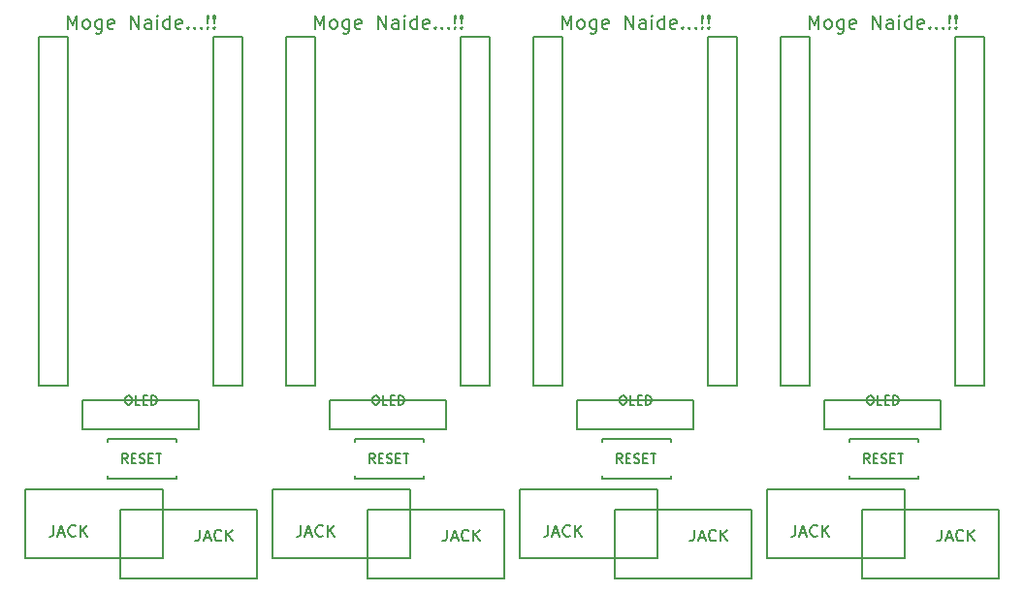
<source format=gto>
G04 #@! TF.GenerationSoftware,KiCad,Pcbnew,5.0.2-bee76a0~70~ubuntu18.04.1*
G04 #@! TF.CreationDate,2019-11-06T20:00:43+09:00*
G04 #@! TF.ProjectId,MxLEDBit,4d784c45-4442-4697-942e-6b696361645f,1*
G04 #@! TF.SameCoordinates,Original*
G04 #@! TF.FileFunction,Legend,Top*
G04 #@! TF.FilePolarity,Positive*
%FSLAX46Y46*%
G04 Gerber Fmt 4.6, Leading zero omitted, Abs format (unit mm)*
G04 Created by KiCad (PCBNEW 5.0.2-bee76a0~70~ubuntu18.04.1) date 2019年11月06日 20時00分43秒*
%MOMM*%
%LPD*%
G01*
G04 APERTURE LIST*
%ADD10C,0.187500*%
%ADD11C,0.200000*%
%ADD12C,0.150000*%
G04 APERTURE END LIST*
D10*
X159335000Y-46897857D02*
X159335000Y-45697857D01*
X159735000Y-46555000D01*
X160135000Y-45697857D01*
X160135000Y-46897857D01*
X160877857Y-46897857D02*
X160763571Y-46840714D01*
X160706428Y-46783571D01*
X160649285Y-46669285D01*
X160649285Y-46326428D01*
X160706428Y-46212142D01*
X160763571Y-46155000D01*
X160877857Y-46097857D01*
X161049285Y-46097857D01*
X161163571Y-46155000D01*
X161220714Y-46212142D01*
X161277857Y-46326428D01*
X161277857Y-46669285D01*
X161220714Y-46783571D01*
X161163571Y-46840714D01*
X161049285Y-46897857D01*
X160877857Y-46897857D01*
X162306428Y-46097857D02*
X162306428Y-47069285D01*
X162249285Y-47183571D01*
X162192142Y-47240714D01*
X162077857Y-47297857D01*
X161906428Y-47297857D01*
X161792142Y-47240714D01*
X162306428Y-46840714D02*
X162192142Y-46897857D01*
X161963571Y-46897857D01*
X161849285Y-46840714D01*
X161792142Y-46783571D01*
X161735000Y-46669285D01*
X161735000Y-46326428D01*
X161792142Y-46212142D01*
X161849285Y-46155000D01*
X161963571Y-46097857D01*
X162192142Y-46097857D01*
X162306428Y-46155000D01*
X163335000Y-46840714D02*
X163220714Y-46897857D01*
X162992142Y-46897857D01*
X162877857Y-46840714D01*
X162820714Y-46726428D01*
X162820714Y-46269285D01*
X162877857Y-46155000D01*
X162992142Y-46097857D01*
X163220714Y-46097857D01*
X163335000Y-46155000D01*
X163392142Y-46269285D01*
X163392142Y-46383571D01*
X162820714Y-46497857D01*
X164820714Y-46897857D02*
X164820714Y-45697857D01*
X165506428Y-46897857D01*
X165506428Y-45697857D01*
X166592142Y-46897857D02*
X166592142Y-46269285D01*
X166535000Y-46155000D01*
X166420714Y-46097857D01*
X166192142Y-46097857D01*
X166077857Y-46155000D01*
X166592142Y-46840714D02*
X166477857Y-46897857D01*
X166192142Y-46897857D01*
X166077857Y-46840714D01*
X166020714Y-46726428D01*
X166020714Y-46612142D01*
X166077857Y-46497857D01*
X166192142Y-46440714D01*
X166477857Y-46440714D01*
X166592142Y-46383571D01*
X167163571Y-46897857D02*
X167163571Y-46097857D01*
X167163571Y-45697857D02*
X167106428Y-45755000D01*
X167163571Y-45812142D01*
X167220714Y-45755000D01*
X167163571Y-45697857D01*
X167163571Y-45812142D01*
X168249285Y-46897857D02*
X168249285Y-45697857D01*
X168249285Y-46840714D02*
X168135000Y-46897857D01*
X167906428Y-46897857D01*
X167792142Y-46840714D01*
X167735000Y-46783571D01*
X167677857Y-46669285D01*
X167677857Y-46326428D01*
X167735000Y-46212142D01*
X167792142Y-46155000D01*
X167906428Y-46097857D01*
X168135000Y-46097857D01*
X168249285Y-46155000D01*
X169277857Y-46840714D02*
X169163571Y-46897857D01*
X168935000Y-46897857D01*
X168820714Y-46840714D01*
X168763571Y-46726428D01*
X168763571Y-46269285D01*
X168820714Y-46155000D01*
X168935000Y-46097857D01*
X169163571Y-46097857D01*
X169277857Y-46155000D01*
X169335000Y-46269285D01*
X169335000Y-46383571D01*
X168763571Y-46497857D01*
X169849285Y-46783571D02*
X169906428Y-46840714D01*
X169849285Y-46897857D01*
X169792142Y-46840714D01*
X169849285Y-46783571D01*
X169849285Y-46897857D01*
X170420714Y-46783571D02*
X170477857Y-46840714D01*
X170420714Y-46897857D01*
X170363571Y-46840714D01*
X170420714Y-46783571D01*
X170420714Y-46897857D01*
X170992142Y-46783571D02*
X171049285Y-46840714D01*
X170992142Y-46897857D01*
X170935000Y-46840714D01*
X170992142Y-46783571D01*
X170992142Y-46897857D01*
X171563571Y-46783571D02*
X171620714Y-46840714D01*
X171563571Y-46897857D01*
X171506428Y-46840714D01*
X171563571Y-46783571D01*
X171563571Y-46897857D01*
X171563571Y-46440714D02*
X171506428Y-45755000D01*
X171563571Y-45697857D01*
X171620714Y-45755000D01*
X171563571Y-46440714D01*
X171563571Y-45697857D01*
X172135000Y-46783571D02*
X172192142Y-46840714D01*
X172135000Y-46897857D01*
X172077857Y-46840714D01*
X172135000Y-46783571D01*
X172135000Y-46897857D01*
X172135000Y-46440714D02*
X172077857Y-45755000D01*
X172135000Y-45697857D01*
X172192142Y-45755000D01*
X172135000Y-46440714D01*
X172135000Y-45697857D01*
X137745000Y-46897857D02*
X137745000Y-45697857D01*
X138145000Y-46555000D01*
X138545000Y-45697857D01*
X138545000Y-46897857D01*
X139287857Y-46897857D02*
X139173571Y-46840714D01*
X139116428Y-46783571D01*
X139059285Y-46669285D01*
X139059285Y-46326428D01*
X139116428Y-46212142D01*
X139173571Y-46155000D01*
X139287857Y-46097857D01*
X139459285Y-46097857D01*
X139573571Y-46155000D01*
X139630714Y-46212142D01*
X139687857Y-46326428D01*
X139687857Y-46669285D01*
X139630714Y-46783571D01*
X139573571Y-46840714D01*
X139459285Y-46897857D01*
X139287857Y-46897857D01*
X140716428Y-46097857D02*
X140716428Y-47069285D01*
X140659285Y-47183571D01*
X140602142Y-47240714D01*
X140487857Y-47297857D01*
X140316428Y-47297857D01*
X140202142Y-47240714D01*
X140716428Y-46840714D02*
X140602142Y-46897857D01*
X140373571Y-46897857D01*
X140259285Y-46840714D01*
X140202142Y-46783571D01*
X140145000Y-46669285D01*
X140145000Y-46326428D01*
X140202142Y-46212142D01*
X140259285Y-46155000D01*
X140373571Y-46097857D01*
X140602142Y-46097857D01*
X140716428Y-46155000D01*
X141745000Y-46840714D02*
X141630714Y-46897857D01*
X141402142Y-46897857D01*
X141287857Y-46840714D01*
X141230714Y-46726428D01*
X141230714Y-46269285D01*
X141287857Y-46155000D01*
X141402142Y-46097857D01*
X141630714Y-46097857D01*
X141745000Y-46155000D01*
X141802142Y-46269285D01*
X141802142Y-46383571D01*
X141230714Y-46497857D01*
X143230714Y-46897857D02*
X143230714Y-45697857D01*
X143916428Y-46897857D01*
X143916428Y-45697857D01*
X145002142Y-46897857D02*
X145002142Y-46269285D01*
X144945000Y-46155000D01*
X144830714Y-46097857D01*
X144602142Y-46097857D01*
X144487857Y-46155000D01*
X145002142Y-46840714D02*
X144887857Y-46897857D01*
X144602142Y-46897857D01*
X144487857Y-46840714D01*
X144430714Y-46726428D01*
X144430714Y-46612142D01*
X144487857Y-46497857D01*
X144602142Y-46440714D01*
X144887857Y-46440714D01*
X145002142Y-46383571D01*
X145573571Y-46897857D02*
X145573571Y-46097857D01*
X145573571Y-45697857D02*
X145516428Y-45755000D01*
X145573571Y-45812142D01*
X145630714Y-45755000D01*
X145573571Y-45697857D01*
X145573571Y-45812142D01*
X146659285Y-46897857D02*
X146659285Y-45697857D01*
X146659285Y-46840714D02*
X146545000Y-46897857D01*
X146316428Y-46897857D01*
X146202142Y-46840714D01*
X146145000Y-46783571D01*
X146087857Y-46669285D01*
X146087857Y-46326428D01*
X146145000Y-46212142D01*
X146202142Y-46155000D01*
X146316428Y-46097857D01*
X146545000Y-46097857D01*
X146659285Y-46155000D01*
X147687857Y-46840714D02*
X147573571Y-46897857D01*
X147345000Y-46897857D01*
X147230714Y-46840714D01*
X147173571Y-46726428D01*
X147173571Y-46269285D01*
X147230714Y-46155000D01*
X147345000Y-46097857D01*
X147573571Y-46097857D01*
X147687857Y-46155000D01*
X147745000Y-46269285D01*
X147745000Y-46383571D01*
X147173571Y-46497857D01*
X148259285Y-46783571D02*
X148316428Y-46840714D01*
X148259285Y-46897857D01*
X148202142Y-46840714D01*
X148259285Y-46783571D01*
X148259285Y-46897857D01*
X148830714Y-46783571D02*
X148887857Y-46840714D01*
X148830714Y-46897857D01*
X148773571Y-46840714D01*
X148830714Y-46783571D01*
X148830714Y-46897857D01*
X149402142Y-46783571D02*
X149459285Y-46840714D01*
X149402142Y-46897857D01*
X149345000Y-46840714D01*
X149402142Y-46783571D01*
X149402142Y-46897857D01*
X149973571Y-46783571D02*
X150030714Y-46840714D01*
X149973571Y-46897857D01*
X149916428Y-46840714D01*
X149973571Y-46783571D01*
X149973571Y-46897857D01*
X149973571Y-46440714D02*
X149916428Y-45755000D01*
X149973571Y-45697857D01*
X150030714Y-45755000D01*
X149973571Y-46440714D01*
X149973571Y-45697857D01*
X150545000Y-46783571D02*
X150602142Y-46840714D01*
X150545000Y-46897857D01*
X150487857Y-46840714D01*
X150545000Y-46783571D01*
X150545000Y-46897857D01*
X150545000Y-46440714D02*
X150487857Y-45755000D01*
X150545000Y-45697857D01*
X150602142Y-45755000D01*
X150545000Y-46440714D01*
X150545000Y-45697857D01*
X116155000Y-46897857D02*
X116155000Y-45697857D01*
X116555000Y-46555000D01*
X116955000Y-45697857D01*
X116955000Y-46897857D01*
X117697857Y-46897857D02*
X117583571Y-46840714D01*
X117526428Y-46783571D01*
X117469285Y-46669285D01*
X117469285Y-46326428D01*
X117526428Y-46212142D01*
X117583571Y-46155000D01*
X117697857Y-46097857D01*
X117869285Y-46097857D01*
X117983571Y-46155000D01*
X118040714Y-46212142D01*
X118097857Y-46326428D01*
X118097857Y-46669285D01*
X118040714Y-46783571D01*
X117983571Y-46840714D01*
X117869285Y-46897857D01*
X117697857Y-46897857D01*
X119126428Y-46097857D02*
X119126428Y-47069285D01*
X119069285Y-47183571D01*
X119012142Y-47240714D01*
X118897857Y-47297857D01*
X118726428Y-47297857D01*
X118612142Y-47240714D01*
X119126428Y-46840714D02*
X119012142Y-46897857D01*
X118783571Y-46897857D01*
X118669285Y-46840714D01*
X118612142Y-46783571D01*
X118555000Y-46669285D01*
X118555000Y-46326428D01*
X118612142Y-46212142D01*
X118669285Y-46155000D01*
X118783571Y-46097857D01*
X119012142Y-46097857D01*
X119126428Y-46155000D01*
X120155000Y-46840714D02*
X120040714Y-46897857D01*
X119812142Y-46897857D01*
X119697857Y-46840714D01*
X119640714Y-46726428D01*
X119640714Y-46269285D01*
X119697857Y-46155000D01*
X119812142Y-46097857D01*
X120040714Y-46097857D01*
X120155000Y-46155000D01*
X120212142Y-46269285D01*
X120212142Y-46383571D01*
X119640714Y-46497857D01*
X121640714Y-46897857D02*
X121640714Y-45697857D01*
X122326428Y-46897857D01*
X122326428Y-45697857D01*
X123412142Y-46897857D02*
X123412142Y-46269285D01*
X123355000Y-46155000D01*
X123240714Y-46097857D01*
X123012142Y-46097857D01*
X122897857Y-46155000D01*
X123412142Y-46840714D02*
X123297857Y-46897857D01*
X123012142Y-46897857D01*
X122897857Y-46840714D01*
X122840714Y-46726428D01*
X122840714Y-46612142D01*
X122897857Y-46497857D01*
X123012142Y-46440714D01*
X123297857Y-46440714D01*
X123412142Y-46383571D01*
X123983571Y-46897857D02*
X123983571Y-46097857D01*
X123983571Y-45697857D02*
X123926428Y-45755000D01*
X123983571Y-45812142D01*
X124040714Y-45755000D01*
X123983571Y-45697857D01*
X123983571Y-45812142D01*
X125069285Y-46897857D02*
X125069285Y-45697857D01*
X125069285Y-46840714D02*
X124955000Y-46897857D01*
X124726428Y-46897857D01*
X124612142Y-46840714D01*
X124555000Y-46783571D01*
X124497857Y-46669285D01*
X124497857Y-46326428D01*
X124555000Y-46212142D01*
X124612142Y-46155000D01*
X124726428Y-46097857D01*
X124955000Y-46097857D01*
X125069285Y-46155000D01*
X126097857Y-46840714D02*
X125983571Y-46897857D01*
X125755000Y-46897857D01*
X125640714Y-46840714D01*
X125583571Y-46726428D01*
X125583571Y-46269285D01*
X125640714Y-46155000D01*
X125755000Y-46097857D01*
X125983571Y-46097857D01*
X126097857Y-46155000D01*
X126155000Y-46269285D01*
X126155000Y-46383571D01*
X125583571Y-46497857D01*
X126669285Y-46783571D02*
X126726428Y-46840714D01*
X126669285Y-46897857D01*
X126612142Y-46840714D01*
X126669285Y-46783571D01*
X126669285Y-46897857D01*
X127240714Y-46783571D02*
X127297857Y-46840714D01*
X127240714Y-46897857D01*
X127183571Y-46840714D01*
X127240714Y-46783571D01*
X127240714Y-46897857D01*
X127812142Y-46783571D02*
X127869285Y-46840714D01*
X127812142Y-46897857D01*
X127755000Y-46840714D01*
X127812142Y-46783571D01*
X127812142Y-46897857D01*
X128383571Y-46783571D02*
X128440714Y-46840714D01*
X128383571Y-46897857D01*
X128326428Y-46840714D01*
X128383571Y-46783571D01*
X128383571Y-46897857D01*
X128383571Y-46440714D02*
X128326428Y-45755000D01*
X128383571Y-45697857D01*
X128440714Y-45755000D01*
X128383571Y-46440714D01*
X128383571Y-45697857D01*
X128955000Y-46783571D02*
X129012142Y-46840714D01*
X128955000Y-46897857D01*
X128897857Y-46840714D01*
X128955000Y-46783571D01*
X128955000Y-46897857D01*
X128955000Y-46440714D02*
X128897857Y-45755000D01*
X128955000Y-45697857D01*
X129012142Y-45755000D01*
X128955000Y-46440714D01*
X128955000Y-45697857D01*
D11*
X170815000Y-79375000D02*
X160655000Y-79375000D01*
X149225000Y-79375000D02*
X139065000Y-79375000D01*
X127635000Y-79375000D02*
X117475000Y-79375000D01*
X170815000Y-81915000D02*
X170815000Y-79375000D01*
X149225000Y-81915000D02*
X149225000Y-79375000D01*
X127635000Y-81915000D02*
X127635000Y-79375000D01*
X160655000Y-81915000D02*
X170815000Y-81915000D01*
X139065000Y-81915000D02*
X149225000Y-81915000D01*
X117475000Y-81915000D02*
X127635000Y-81915000D01*
X160655000Y-79375000D02*
X160655000Y-81915000D01*
X139065000Y-79375000D02*
X139065000Y-81915000D01*
X117475000Y-79375000D02*
X117475000Y-81915000D01*
X95885000Y-79375000D02*
X95885000Y-81915000D01*
X95885000Y-81915000D02*
X106045000Y-81915000D01*
X106045000Y-81915000D02*
X106045000Y-79375000D01*
X106045000Y-79375000D02*
X95885000Y-79375000D01*
D10*
X94565000Y-46897857D02*
X94565000Y-45697857D01*
X94965000Y-46555000D01*
X95365000Y-45697857D01*
X95365000Y-46897857D01*
X96107857Y-46897857D02*
X95993571Y-46840714D01*
X95936428Y-46783571D01*
X95879285Y-46669285D01*
X95879285Y-46326428D01*
X95936428Y-46212142D01*
X95993571Y-46155000D01*
X96107857Y-46097857D01*
X96279285Y-46097857D01*
X96393571Y-46155000D01*
X96450714Y-46212142D01*
X96507857Y-46326428D01*
X96507857Y-46669285D01*
X96450714Y-46783571D01*
X96393571Y-46840714D01*
X96279285Y-46897857D01*
X96107857Y-46897857D01*
X97536428Y-46097857D02*
X97536428Y-47069285D01*
X97479285Y-47183571D01*
X97422142Y-47240714D01*
X97307857Y-47297857D01*
X97136428Y-47297857D01*
X97022142Y-47240714D01*
X97536428Y-46840714D02*
X97422142Y-46897857D01*
X97193571Y-46897857D01*
X97079285Y-46840714D01*
X97022142Y-46783571D01*
X96965000Y-46669285D01*
X96965000Y-46326428D01*
X97022142Y-46212142D01*
X97079285Y-46155000D01*
X97193571Y-46097857D01*
X97422142Y-46097857D01*
X97536428Y-46155000D01*
X98565000Y-46840714D02*
X98450714Y-46897857D01*
X98222142Y-46897857D01*
X98107857Y-46840714D01*
X98050714Y-46726428D01*
X98050714Y-46269285D01*
X98107857Y-46155000D01*
X98222142Y-46097857D01*
X98450714Y-46097857D01*
X98565000Y-46155000D01*
X98622142Y-46269285D01*
X98622142Y-46383571D01*
X98050714Y-46497857D01*
X100050714Y-46897857D02*
X100050714Y-45697857D01*
X100736428Y-46897857D01*
X100736428Y-45697857D01*
X101822142Y-46897857D02*
X101822142Y-46269285D01*
X101765000Y-46155000D01*
X101650714Y-46097857D01*
X101422142Y-46097857D01*
X101307857Y-46155000D01*
X101822142Y-46840714D02*
X101707857Y-46897857D01*
X101422142Y-46897857D01*
X101307857Y-46840714D01*
X101250714Y-46726428D01*
X101250714Y-46612142D01*
X101307857Y-46497857D01*
X101422142Y-46440714D01*
X101707857Y-46440714D01*
X101822142Y-46383571D01*
X102393571Y-46897857D02*
X102393571Y-46097857D01*
X102393571Y-45697857D02*
X102336428Y-45755000D01*
X102393571Y-45812142D01*
X102450714Y-45755000D01*
X102393571Y-45697857D01*
X102393571Y-45812142D01*
X103479285Y-46897857D02*
X103479285Y-45697857D01*
X103479285Y-46840714D02*
X103365000Y-46897857D01*
X103136428Y-46897857D01*
X103022142Y-46840714D01*
X102965000Y-46783571D01*
X102907857Y-46669285D01*
X102907857Y-46326428D01*
X102965000Y-46212142D01*
X103022142Y-46155000D01*
X103136428Y-46097857D01*
X103365000Y-46097857D01*
X103479285Y-46155000D01*
X104507857Y-46840714D02*
X104393571Y-46897857D01*
X104165000Y-46897857D01*
X104050714Y-46840714D01*
X103993571Y-46726428D01*
X103993571Y-46269285D01*
X104050714Y-46155000D01*
X104165000Y-46097857D01*
X104393571Y-46097857D01*
X104507857Y-46155000D01*
X104565000Y-46269285D01*
X104565000Y-46383571D01*
X103993571Y-46497857D01*
X105079285Y-46783571D02*
X105136428Y-46840714D01*
X105079285Y-46897857D01*
X105022142Y-46840714D01*
X105079285Y-46783571D01*
X105079285Y-46897857D01*
X105650714Y-46783571D02*
X105707857Y-46840714D01*
X105650714Y-46897857D01*
X105593571Y-46840714D01*
X105650714Y-46783571D01*
X105650714Y-46897857D01*
X106222142Y-46783571D02*
X106279285Y-46840714D01*
X106222142Y-46897857D01*
X106165000Y-46840714D01*
X106222142Y-46783571D01*
X106222142Y-46897857D01*
X106793571Y-46783571D02*
X106850714Y-46840714D01*
X106793571Y-46897857D01*
X106736428Y-46840714D01*
X106793571Y-46783571D01*
X106793571Y-46897857D01*
X106793571Y-46440714D02*
X106736428Y-45755000D01*
X106793571Y-45697857D01*
X106850714Y-45755000D01*
X106793571Y-46440714D01*
X106793571Y-45697857D01*
X107365000Y-46783571D02*
X107422142Y-46840714D01*
X107365000Y-46897857D01*
X107307857Y-46840714D01*
X107365000Y-46783571D01*
X107365000Y-46897857D01*
X107365000Y-46440714D02*
X107307857Y-45755000D01*
X107365000Y-45697857D01*
X107422142Y-45755000D01*
X107365000Y-46440714D01*
X107365000Y-45697857D01*
D12*
G04 #@! TO.C,RESET1*
X162810000Y-86205000D02*
X168810000Y-86205000D01*
X168810000Y-86205000D02*
X168810000Y-85955000D01*
X162810000Y-86205000D02*
X162810000Y-85955000D01*
X162810000Y-82705000D02*
X162810000Y-82955000D01*
X162810000Y-82705000D02*
X168810000Y-82705000D01*
X168810000Y-82705000D02*
X168810000Y-82955000D01*
X141220000Y-86205000D02*
X147220000Y-86205000D01*
X147220000Y-86205000D02*
X147220000Y-85955000D01*
X141220000Y-86205000D02*
X141220000Y-85955000D01*
X141220000Y-82705000D02*
X141220000Y-82955000D01*
X141220000Y-82705000D02*
X147220000Y-82705000D01*
X147220000Y-82705000D02*
X147220000Y-82955000D01*
X119630000Y-86205000D02*
X125630000Y-86205000D01*
X125630000Y-86205000D02*
X125630000Y-85955000D01*
X119630000Y-86205000D02*
X119630000Y-85955000D01*
X119630000Y-82705000D02*
X119630000Y-82955000D01*
X119630000Y-82705000D02*
X125630000Y-82705000D01*
X125630000Y-82705000D02*
X125630000Y-82955000D01*
G04 #@! TO.C,JACK*
X167625000Y-93130000D02*
X155625000Y-93130000D01*
X167625000Y-87130000D02*
X167625000Y-93130000D01*
X155625000Y-87130000D02*
X167625000Y-87130000D01*
X155625000Y-93130000D02*
X155625000Y-87130000D01*
X146035000Y-93130000D02*
X134035000Y-93130000D01*
X146035000Y-87130000D02*
X146035000Y-93130000D01*
X134035000Y-87130000D02*
X146035000Y-87130000D01*
X134035000Y-93130000D02*
X134035000Y-87130000D01*
X124445000Y-93130000D02*
X112445000Y-93130000D01*
X124445000Y-87130000D02*
X124445000Y-93130000D01*
X112445000Y-87130000D02*
X124445000Y-87130000D01*
X112445000Y-93130000D02*
X112445000Y-87130000D01*
X175895000Y-88880000D02*
X175895000Y-94880000D01*
X175895000Y-94880000D02*
X163895000Y-94880000D01*
X163895000Y-94880000D02*
X163895000Y-88880000D01*
X163895000Y-88880000D02*
X175895000Y-88880000D01*
X154305000Y-88880000D02*
X154305000Y-94880000D01*
X154305000Y-94880000D02*
X142305000Y-94880000D01*
X142305000Y-94880000D02*
X142305000Y-88880000D01*
X142305000Y-88880000D02*
X154305000Y-88880000D01*
X132715000Y-88880000D02*
X132715000Y-94880000D01*
X132715000Y-94880000D02*
X120715000Y-94880000D01*
X120715000Y-94880000D02*
X120715000Y-88880000D01*
X120715000Y-88880000D02*
X132715000Y-88880000D01*
G04 #@! TO.C,OLED*
X160655000Y-81915000D02*
X170815000Y-81915000D01*
X160655000Y-79375000D02*
X170815000Y-79375000D01*
X170815000Y-79375000D02*
X170815000Y-81915000D01*
X160655000Y-81915000D02*
X160655000Y-79375000D01*
X139065000Y-81915000D02*
X149225000Y-81915000D01*
X139065000Y-79375000D02*
X149225000Y-79375000D01*
X149225000Y-79375000D02*
X149225000Y-81915000D01*
X139065000Y-81915000D02*
X139065000Y-79375000D01*
X117475000Y-81915000D02*
X127635000Y-81915000D01*
X117475000Y-79375000D02*
X127635000Y-79375000D01*
X127635000Y-79375000D02*
X127635000Y-81915000D01*
X117475000Y-81915000D02*
X117475000Y-79375000D01*
G04 #@! TO.C,U2*
X159385000Y-47625000D02*
X156845000Y-47625000D01*
X156845000Y-47625000D02*
X156845000Y-78105000D01*
X156845000Y-78105000D02*
X159385000Y-78105000D01*
X159385000Y-78105000D02*
X159385000Y-47625000D01*
X174625000Y-47625000D02*
X172085000Y-47625000D01*
X172085000Y-47625000D02*
X172085000Y-78105000D01*
X172085000Y-78105000D02*
X174625000Y-78105000D01*
X174625000Y-78105000D02*
X174625000Y-47625000D01*
X137795000Y-47625000D02*
X135255000Y-47625000D01*
X135255000Y-47625000D02*
X135255000Y-78105000D01*
X135255000Y-78105000D02*
X137795000Y-78105000D01*
X137795000Y-78105000D02*
X137795000Y-47625000D01*
X153035000Y-47625000D02*
X150495000Y-47625000D01*
X150495000Y-47625000D02*
X150495000Y-78105000D01*
X150495000Y-78105000D02*
X153035000Y-78105000D01*
X153035000Y-78105000D02*
X153035000Y-47625000D01*
X116205000Y-47625000D02*
X113665000Y-47625000D01*
X113665000Y-47625000D02*
X113665000Y-78105000D01*
X113665000Y-78105000D02*
X116205000Y-78105000D01*
X116205000Y-78105000D02*
X116205000Y-47625000D01*
X131445000Y-47625000D02*
X128905000Y-47625000D01*
X128905000Y-47625000D02*
X128905000Y-78105000D01*
X128905000Y-78105000D02*
X131445000Y-78105000D01*
X131445000Y-78105000D02*
X131445000Y-47625000D01*
G04 #@! TO.C,JACK*
X99125000Y-88880000D02*
X111125000Y-88880000D01*
X99125000Y-94880000D02*
X99125000Y-88880000D01*
X111125000Y-94880000D02*
X99125000Y-94880000D01*
X111125000Y-88880000D02*
X111125000Y-94880000D01*
X90855000Y-93130000D02*
X90855000Y-87130000D01*
X90855000Y-87130000D02*
X102855000Y-87130000D01*
X102855000Y-87130000D02*
X102855000Y-93130000D01*
X102855000Y-93130000D02*
X90855000Y-93130000D01*
G04 #@! TO.C,RESET1*
X104040000Y-82705000D02*
X104040000Y-82955000D01*
X98040000Y-82705000D02*
X104040000Y-82705000D01*
X98040000Y-82705000D02*
X98040000Y-82955000D01*
X98040000Y-86205000D02*
X98040000Y-85955000D01*
X104040000Y-86205000D02*
X104040000Y-85955000D01*
X98040000Y-86205000D02*
X104040000Y-86205000D01*
G04 #@! TO.C,U2*
X109855000Y-78105000D02*
X109855000Y-47625000D01*
X107315000Y-78105000D02*
X109855000Y-78105000D01*
X107315000Y-47625000D02*
X107315000Y-78105000D01*
X109855000Y-47625000D02*
X107315000Y-47625000D01*
X94615000Y-78105000D02*
X94615000Y-47625000D01*
X92075000Y-78105000D02*
X94615000Y-78105000D01*
X92075000Y-47625000D02*
X92075000Y-78105000D01*
X94615000Y-47625000D02*
X92075000Y-47625000D01*
G04 #@! TO.C,OLED*
X95885000Y-81915000D02*
X95885000Y-79375000D01*
X106045000Y-79375000D02*
X106045000Y-81915000D01*
X95885000Y-79375000D02*
X106045000Y-79375000D01*
X95885000Y-81915000D02*
X106045000Y-81915000D01*
G04 #@! TO.C,RESET1*
X164554504Y-84822695D02*
X164283571Y-84435647D01*
X164090047Y-84822695D02*
X164090047Y-84009895D01*
X164399685Y-84009895D01*
X164477095Y-84048600D01*
X164515800Y-84087304D01*
X164554504Y-84164714D01*
X164554504Y-84280828D01*
X164515800Y-84358238D01*
X164477095Y-84396942D01*
X164399685Y-84435647D01*
X164090047Y-84435647D01*
X164902847Y-84396942D02*
X165173780Y-84396942D01*
X165289895Y-84822695D02*
X164902847Y-84822695D01*
X164902847Y-84009895D01*
X165289895Y-84009895D01*
X165599533Y-84783990D02*
X165715647Y-84822695D01*
X165909171Y-84822695D01*
X165986580Y-84783990D01*
X166025285Y-84745285D01*
X166063990Y-84667876D01*
X166063990Y-84590466D01*
X166025285Y-84513057D01*
X165986580Y-84474352D01*
X165909171Y-84435647D01*
X165754352Y-84396942D01*
X165676942Y-84358238D01*
X165638238Y-84319533D01*
X165599533Y-84242123D01*
X165599533Y-84164714D01*
X165638238Y-84087304D01*
X165676942Y-84048600D01*
X165754352Y-84009895D01*
X165947876Y-84009895D01*
X166063990Y-84048600D01*
X166412333Y-84396942D02*
X166683266Y-84396942D01*
X166799380Y-84822695D02*
X166412333Y-84822695D01*
X166412333Y-84009895D01*
X166799380Y-84009895D01*
X167031609Y-84009895D02*
X167496066Y-84009895D01*
X167263838Y-84822695D02*
X167263838Y-84009895D01*
X142964504Y-84822695D02*
X142693571Y-84435647D01*
X142500047Y-84822695D02*
X142500047Y-84009895D01*
X142809685Y-84009895D01*
X142887095Y-84048600D01*
X142925800Y-84087304D01*
X142964504Y-84164714D01*
X142964504Y-84280828D01*
X142925800Y-84358238D01*
X142887095Y-84396942D01*
X142809685Y-84435647D01*
X142500047Y-84435647D01*
X143312847Y-84396942D02*
X143583780Y-84396942D01*
X143699895Y-84822695D02*
X143312847Y-84822695D01*
X143312847Y-84009895D01*
X143699895Y-84009895D01*
X144009533Y-84783990D02*
X144125647Y-84822695D01*
X144319171Y-84822695D01*
X144396580Y-84783990D01*
X144435285Y-84745285D01*
X144473990Y-84667876D01*
X144473990Y-84590466D01*
X144435285Y-84513057D01*
X144396580Y-84474352D01*
X144319171Y-84435647D01*
X144164352Y-84396942D01*
X144086942Y-84358238D01*
X144048238Y-84319533D01*
X144009533Y-84242123D01*
X144009533Y-84164714D01*
X144048238Y-84087304D01*
X144086942Y-84048600D01*
X144164352Y-84009895D01*
X144357876Y-84009895D01*
X144473990Y-84048600D01*
X144822333Y-84396942D02*
X145093266Y-84396942D01*
X145209380Y-84822695D02*
X144822333Y-84822695D01*
X144822333Y-84009895D01*
X145209380Y-84009895D01*
X145441609Y-84009895D02*
X145906066Y-84009895D01*
X145673838Y-84822695D02*
X145673838Y-84009895D01*
X121374504Y-84822695D02*
X121103571Y-84435647D01*
X120910047Y-84822695D02*
X120910047Y-84009895D01*
X121219685Y-84009895D01*
X121297095Y-84048600D01*
X121335800Y-84087304D01*
X121374504Y-84164714D01*
X121374504Y-84280828D01*
X121335800Y-84358238D01*
X121297095Y-84396942D01*
X121219685Y-84435647D01*
X120910047Y-84435647D01*
X121722847Y-84396942D02*
X121993780Y-84396942D01*
X122109895Y-84822695D02*
X121722847Y-84822695D01*
X121722847Y-84009895D01*
X122109895Y-84009895D01*
X122419533Y-84783990D02*
X122535647Y-84822695D01*
X122729171Y-84822695D01*
X122806580Y-84783990D01*
X122845285Y-84745285D01*
X122883990Y-84667876D01*
X122883990Y-84590466D01*
X122845285Y-84513057D01*
X122806580Y-84474352D01*
X122729171Y-84435647D01*
X122574352Y-84396942D01*
X122496942Y-84358238D01*
X122458238Y-84319533D01*
X122419533Y-84242123D01*
X122419533Y-84164714D01*
X122458238Y-84087304D01*
X122496942Y-84048600D01*
X122574352Y-84009895D01*
X122767876Y-84009895D01*
X122883990Y-84048600D01*
X123232333Y-84396942D02*
X123503266Y-84396942D01*
X123619380Y-84822695D02*
X123232333Y-84822695D01*
X123232333Y-84009895D01*
X123619380Y-84009895D01*
X123851609Y-84009895D02*
X124316066Y-84009895D01*
X124083838Y-84822695D02*
X124083838Y-84009895D01*
G04 #@! TO.C,JACK*
X158099285Y-90257380D02*
X158099285Y-90971666D01*
X158051666Y-91114523D01*
X157956428Y-91209761D01*
X157813571Y-91257380D01*
X157718333Y-91257380D01*
X158527857Y-90971666D02*
X159004047Y-90971666D01*
X158432619Y-91257380D02*
X158765952Y-90257380D01*
X159099285Y-91257380D01*
X160004047Y-91162142D02*
X159956428Y-91209761D01*
X159813571Y-91257380D01*
X159718333Y-91257380D01*
X159575476Y-91209761D01*
X159480238Y-91114523D01*
X159432619Y-91019285D01*
X159385000Y-90828809D01*
X159385000Y-90685952D01*
X159432619Y-90495476D01*
X159480238Y-90400238D01*
X159575476Y-90305000D01*
X159718333Y-90257380D01*
X159813571Y-90257380D01*
X159956428Y-90305000D01*
X160004047Y-90352619D01*
X160432619Y-91257380D02*
X160432619Y-90257380D01*
X161004047Y-91257380D02*
X160575476Y-90685952D01*
X161004047Y-90257380D02*
X160432619Y-90828809D01*
X136509285Y-90257380D02*
X136509285Y-90971666D01*
X136461666Y-91114523D01*
X136366428Y-91209761D01*
X136223571Y-91257380D01*
X136128333Y-91257380D01*
X136937857Y-90971666D02*
X137414047Y-90971666D01*
X136842619Y-91257380D02*
X137175952Y-90257380D01*
X137509285Y-91257380D01*
X138414047Y-91162142D02*
X138366428Y-91209761D01*
X138223571Y-91257380D01*
X138128333Y-91257380D01*
X137985476Y-91209761D01*
X137890238Y-91114523D01*
X137842619Y-91019285D01*
X137795000Y-90828809D01*
X137795000Y-90685952D01*
X137842619Y-90495476D01*
X137890238Y-90400238D01*
X137985476Y-90305000D01*
X138128333Y-90257380D01*
X138223571Y-90257380D01*
X138366428Y-90305000D01*
X138414047Y-90352619D01*
X138842619Y-91257380D02*
X138842619Y-90257380D01*
X139414047Y-91257380D02*
X138985476Y-90685952D01*
X139414047Y-90257380D02*
X138842619Y-90828809D01*
X114919285Y-90257380D02*
X114919285Y-90971666D01*
X114871666Y-91114523D01*
X114776428Y-91209761D01*
X114633571Y-91257380D01*
X114538333Y-91257380D01*
X115347857Y-90971666D02*
X115824047Y-90971666D01*
X115252619Y-91257380D02*
X115585952Y-90257380D01*
X115919285Y-91257380D01*
X116824047Y-91162142D02*
X116776428Y-91209761D01*
X116633571Y-91257380D01*
X116538333Y-91257380D01*
X116395476Y-91209761D01*
X116300238Y-91114523D01*
X116252619Y-91019285D01*
X116205000Y-90828809D01*
X116205000Y-90685952D01*
X116252619Y-90495476D01*
X116300238Y-90400238D01*
X116395476Y-90305000D01*
X116538333Y-90257380D01*
X116633571Y-90257380D01*
X116776428Y-90305000D01*
X116824047Y-90352619D01*
X117252619Y-91257380D02*
X117252619Y-90257380D01*
X117824047Y-91257380D02*
X117395476Y-90685952D01*
X117824047Y-90257380D02*
X117252619Y-90828809D01*
X170849285Y-90657380D02*
X170849285Y-91371666D01*
X170801666Y-91514523D01*
X170706428Y-91609761D01*
X170563571Y-91657380D01*
X170468333Y-91657380D01*
X171277857Y-91371666D02*
X171754047Y-91371666D01*
X171182619Y-91657380D02*
X171515952Y-90657380D01*
X171849285Y-91657380D01*
X172754047Y-91562142D02*
X172706428Y-91609761D01*
X172563571Y-91657380D01*
X172468333Y-91657380D01*
X172325476Y-91609761D01*
X172230238Y-91514523D01*
X172182619Y-91419285D01*
X172135000Y-91228809D01*
X172135000Y-91085952D01*
X172182619Y-90895476D01*
X172230238Y-90800238D01*
X172325476Y-90705000D01*
X172468333Y-90657380D01*
X172563571Y-90657380D01*
X172706428Y-90705000D01*
X172754047Y-90752619D01*
X173182619Y-91657380D02*
X173182619Y-90657380D01*
X173754047Y-91657380D02*
X173325476Y-91085952D01*
X173754047Y-90657380D02*
X173182619Y-91228809D01*
X149259285Y-90657380D02*
X149259285Y-91371666D01*
X149211666Y-91514523D01*
X149116428Y-91609761D01*
X148973571Y-91657380D01*
X148878333Y-91657380D01*
X149687857Y-91371666D02*
X150164047Y-91371666D01*
X149592619Y-91657380D02*
X149925952Y-90657380D01*
X150259285Y-91657380D01*
X151164047Y-91562142D02*
X151116428Y-91609761D01*
X150973571Y-91657380D01*
X150878333Y-91657380D01*
X150735476Y-91609761D01*
X150640238Y-91514523D01*
X150592619Y-91419285D01*
X150545000Y-91228809D01*
X150545000Y-91085952D01*
X150592619Y-90895476D01*
X150640238Y-90800238D01*
X150735476Y-90705000D01*
X150878333Y-90657380D01*
X150973571Y-90657380D01*
X151116428Y-90705000D01*
X151164047Y-90752619D01*
X151592619Y-91657380D02*
X151592619Y-90657380D01*
X152164047Y-91657380D02*
X151735476Y-91085952D01*
X152164047Y-90657380D02*
X151592619Y-91228809D01*
X127669285Y-90657380D02*
X127669285Y-91371666D01*
X127621666Y-91514523D01*
X127526428Y-91609761D01*
X127383571Y-91657380D01*
X127288333Y-91657380D01*
X128097857Y-91371666D02*
X128574047Y-91371666D01*
X128002619Y-91657380D02*
X128335952Y-90657380D01*
X128669285Y-91657380D01*
X129574047Y-91562142D02*
X129526428Y-91609761D01*
X129383571Y-91657380D01*
X129288333Y-91657380D01*
X129145476Y-91609761D01*
X129050238Y-91514523D01*
X129002619Y-91419285D01*
X128955000Y-91228809D01*
X128955000Y-91085952D01*
X129002619Y-90895476D01*
X129050238Y-90800238D01*
X129145476Y-90705000D01*
X129288333Y-90657380D01*
X129383571Y-90657380D01*
X129526428Y-90705000D01*
X129574047Y-90752619D01*
X130002619Y-91657380D02*
X130002619Y-90657380D01*
X130574047Y-91657380D02*
X130145476Y-91085952D01*
X130574047Y-90657380D02*
X130002619Y-91228809D01*
G04 #@! TO.C,OLED*
X164554504Y-78929895D02*
X164709323Y-78929895D01*
X164786733Y-78968600D01*
X164864142Y-79046009D01*
X164902847Y-79200828D01*
X164902847Y-79471761D01*
X164864142Y-79626580D01*
X164786733Y-79703990D01*
X164709323Y-79742695D01*
X164554504Y-79742695D01*
X164477095Y-79703990D01*
X164399685Y-79626580D01*
X164360980Y-79471761D01*
X164360980Y-79200828D01*
X164399685Y-79046009D01*
X164477095Y-78968600D01*
X164554504Y-78929895D01*
X165638238Y-79742695D02*
X165251190Y-79742695D01*
X165251190Y-78929895D01*
X165909171Y-79316942D02*
X166180104Y-79316942D01*
X166296219Y-79742695D02*
X165909171Y-79742695D01*
X165909171Y-78929895D01*
X166296219Y-78929895D01*
X166644561Y-79742695D02*
X166644561Y-78929895D01*
X166838085Y-78929895D01*
X166954200Y-78968600D01*
X167031609Y-79046009D01*
X167070314Y-79123419D01*
X167109019Y-79278238D01*
X167109019Y-79394352D01*
X167070314Y-79549171D01*
X167031609Y-79626580D01*
X166954200Y-79703990D01*
X166838085Y-79742695D01*
X166644561Y-79742695D01*
X142964504Y-78929895D02*
X143119323Y-78929895D01*
X143196733Y-78968600D01*
X143274142Y-79046009D01*
X143312847Y-79200828D01*
X143312847Y-79471761D01*
X143274142Y-79626580D01*
X143196733Y-79703990D01*
X143119323Y-79742695D01*
X142964504Y-79742695D01*
X142887095Y-79703990D01*
X142809685Y-79626580D01*
X142770980Y-79471761D01*
X142770980Y-79200828D01*
X142809685Y-79046009D01*
X142887095Y-78968600D01*
X142964504Y-78929895D01*
X144048238Y-79742695D02*
X143661190Y-79742695D01*
X143661190Y-78929895D01*
X144319171Y-79316942D02*
X144590104Y-79316942D01*
X144706219Y-79742695D02*
X144319171Y-79742695D01*
X144319171Y-78929895D01*
X144706219Y-78929895D01*
X145054561Y-79742695D02*
X145054561Y-78929895D01*
X145248085Y-78929895D01*
X145364200Y-78968600D01*
X145441609Y-79046009D01*
X145480314Y-79123419D01*
X145519019Y-79278238D01*
X145519019Y-79394352D01*
X145480314Y-79549171D01*
X145441609Y-79626580D01*
X145364200Y-79703990D01*
X145248085Y-79742695D01*
X145054561Y-79742695D01*
X121374504Y-78929895D02*
X121529323Y-78929895D01*
X121606733Y-78968600D01*
X121684142Y-79046009D01*
X121722847Y-79200828D01*
X121722847Y-79471761D01*
X121684142Y-79626580D01*
X121606733Y-79703990D01*
X121529323Y-79742695D01*
X121374504Y-79742695D01*
X121297095Y-79703990D01*
X121219685Y-79626580D01*
X121180980Y-79471761D01*
X121180980Y-79200828D01*
X121219685Y-79046009D01*
X121297095Y-78968600D01*
X121374504Y-78929895D01*
X122458238Y-79742695D02*
X122071190Y-79742695D01*
X122071190Y-78929895D01*
X122729171Y-79316942D02*
X123000104Y-79316942D01*
X123116219Y-79742695D02*
X122729171Y-79742695D01*
X122729171Y-78929895D01*
X123116219Y-78929895D01*
X123464561Y-79742695D02*
X123464561Y-78929895D01*
X123658085Y-78929895D01*
X123774200Y-78968600D01*
X123851609Y-79046009D01*
X123890314Y-79123419D01*
X123929019Y-79278238D01*
X123929019Y-79394352D01*
X123890314Y-79549171D01*
X123851609Y-79626580D01*
X123774200Y-79703990D01*
X123658085Y-79742695D01*
X123464561Y-79742695D01*
G04 #@! TO.C,JACK*
X106079285Y-90657380D02*
X106079285Y-91371666D01*
X106031666Y-91514523D01*
X105936428Y-91609761D01*
X105793571Y-91657380D01*
X105698333Y-91657380D01*
X106507857Y-91371666D02*
X106984047Y-91371666D01*
X106412619Y-91657380D02*
X106745952Y-90657380D01*
X107079285Y-91657380D01*
X107984047Y-91562142D02*
X107936428Y-91609761D01*
X107793571Y-91657380D01*
X107698333Y-91657380D01*
X107555476Y-91609761D01*
X107460238Y-91514523D01*
X107412619Y-91419285D01*
X107365000Y-91228809D01*
X107365000Y-91085952D01*
X107412619Y-90895476D01*
X107460238Y-90800238D01*
X107555476Y-90705000D01*
X107698333Y-90657380D01*
X107793571Y-90657380D01*
X107936428Y-90705000D01*
X107984047Y-90752619D01*
X108412619Y-91657380D02*
X108412619Y-90657380D01*
X108984047Y-91657380D02*
X108555476Y-91085952D01*
X108984047Y-90657380D02*
X108412619Y-91228809D01*
X93329285Y-90257380D02*
X93329285Y-90971666D01*
X93281666Y-91114523D01*
X93186428Y-91209761D01*
X93043571Y-91257380D01*
X92948333Y-91257380D01*
X93757857Y-90971666D02*
X94234047Y-90971666D01*
X93662619Y-91257380D02*
X93995952Y-90257380D01*
X94329285Y-91257380D01*
X95234047Y-91162142D02*
X95186428Y-91209761D01*
X95043571Y-91257380D01*
X94948333Y-91257380D01*
X94805476Y-91209761D01*
X94710238Y-91114523D01*
X94662619Y-91019285D01*
X94615000Y-90828809D01*
X94615000Y-90685952D01*
X94662619Y-90495476D01*
X94710238Y-90400238D01*
X94805476Y-90305000D01*
X94948333Y-90257380D01*
X95043571Y-90257380D01*
X95186428Y-90305000D01*
X95234047Y-90352619D01*
X95662619Y-91257380D02*
X95662619Y-90257380D01*
X96234047Y-91257380D02*
X95805476Y-90685952D01*
X96234047Y-90257380D02*
X95662619Y-90828809D01*
G04 #@! TO.C,RESET1*
X99784504Y-84822695D02*
X99513571Y-84435647D01*
X99320047Y-84822695D02*
X99320047Y-84009895D01*
X99629685Y-84009895D01*
X99707095Y-84048600D01*
X99745800Y-84087304D01*
X99784504Y-84164714D01*
X99784504Y-84280828D01*
X99745800Y-84358238D01*
X99707095Y-84396942D01*
X99629685Y-84435647D01*
X99320047Y-84435647D01*
X100132847Y-84396942D02*
X100403780Y-84396942D01*
X100519895Y-84822695D02*
X100132847Y-84822695D01*
X100132847Y-84009895D01*
X100519895Y-84009895D01*
X100829533Y-84783990D02*
X100945647Y-84822695D01*
X101139171Y-84822695D01*
X101216580Y-84783990D01*
X101255285Y-84745285D01*
X101293990Y-84667876D01*
X101293990Y-84590466D01*
X101255285Y-84513057D01*
X101216580Y-84474352D01*
X101139171Y-84435647D01*
X100984352Y-84396942D01*
X100906942Y-84358238D01*
X100868238Y-84319533D01*
X100829533Y-84242123D01*
X100829533Y-84164714D01*
X100868238Y-84087304D01*
X100906942Y-84048600D01*
X100984352Y-84009895D01*
X101177876Y-84009895D01*
X101293990Y-84048600D01*
X101642333Y-84396942D02*
X101913266Y-84396942D01*
X102029380Y-84822695D02*
X101642333Y-84822695D01*
X101642333Y-84009895D01*
X102029380Y-84009895D01*
X102261609Y-84009895D02*
X102726066Y-84009895D01*
X102493838Y-84822695D02*
X102493838Y-84009895D01*
G04 #@! TO.C,OLED*
X99784504Y-78929895D02*
X99939323Y-78929895D01*
X100016733Y-78968600D01*
X100094142Y-79046009D01*
X100132847Y-79200828D01*
X100132847Y-79471761D01*
X100094142Y-79626580D01*
X100016733Y-79703990D01*
X99939323Y-79742695D01*
X99784504Y-79742695D01*
X99707095Y-79703990D01*
X99629685Y-79626580D01*
X99590980Y-79471761D01*
X99590980Y-79200828D01*
X99629685Y-79046009D01*
X99707095Y-78968600D01*
X99784504Y-78929895D01*
X100868238Y-79742695D02*
X100481190Y-79742695D01*
X100481190Y-78929895D01*
X101139171Y-79316942D02*
X101410104Y-79316942D01*
X101526219Y-79742695D02*
X101139171Y-79742695D01*
X101139171Y-78929895D01*
X101526219Y-78929895D01*
X101874561Y-79742695D02*
X101874561Y-78929895D01*
X102068085Y-78929895D01*
X102184200Y-78968600D01*
X102261609Y-79046009D01*
X102300314Y-79123419D01*
X102339019Y-79278238D01*
X102339019Y-79394352D01*
X102300314Y-79549171D01*
X102261609Y-79626580D01*
X102184200Y-79703990D01*
X102068085Y-79742695D01*
X101874561Y-79742695D01*
G04 #@! TD*
M02*

</source>
